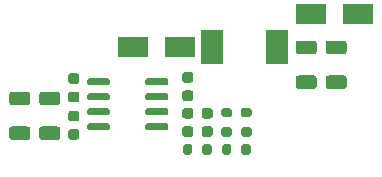
<source format=gtp>
%TF.GenerationSoftware,KiCad,Pcbnew,(5.1.9)-1*%
%TF.CreationDate,2021-01-18T19:47:50+01:00*%
%TF.ProjectId,DC-DC-only,44432d44-432d-46f6-9e6c-792e6b696361,rev?*%
%TF.SameCoordinates,Original*%
%TF.FileFunction,Paste,Top*%
%TF.FilePolarity,Positive*%
%FSLAX46Y46*%
G04 Gerber Fmt 4.6, Leading zero omitted, Abs format (unit mm)*
G04 Created by KiCad (PCBNEW (5.1.9)-1) date 2021-01-18 19:47:50*
%MOMM*%
%LPD*%
G01*
G04 APERTURE LIST*
%ADD10R,2.500000X1.800000*%
%ADD11R,1.950000X3.000000*%
G04 APERTURE END LIST*
%TO.C,C1*%
G36*
G01*
X111236999Y-96355000D02*
X112537001Y-96355000D01*
G75*
G02*
X112787000Y-96604999I0J-249999D01*
G01*
X112787000Y-97255001D01*
G75*
G02*
X112537001Y-97505000I-249999J0D01*
G01*
X111236999Y-97505000D01*
G75*
G02*
X110987000Y-97255001I0J249999D01*
G01*
X110987000Y-96604999D01*
G75*
G02*
X111236999Y-96355000I249999J0D01*
G01*
G37*
G36*
G01*
X111236999Y-93405000D02*
X112537001Y-93405000D01*
G75*
G02*
X112787000Y-93654999I0J-249999D01*
G01*
X112787000Y-94305001D01*
G75*
G02*
X112537001Y-94555000I-249999J0D01*
G01*
X111236999Y-94555000D01*
G75*
G02*
X110987000Y-94305001I0J249999D01*
G01*
X110987000Y-93654999D01*
G75*
G02*
X111236999Y-93405000I249999J0D01*
G01*
G37*
%TD*%
%TO.C,C2*%
G36*
G01*
X113776999Y-96355000D02*
X115077001Y-96355000D01*
G75*
G02*
X115327000Y-96604999I0J-249999D01*
G01*
X115327000Y-97255001D01*
G75*
G02*
X115077001Y-97505000I-249999J0D01*
G01*
X113776999Y-97505000D01*
G75*
G02*
X113527000Y-97255001I0J249999D01*
G01*
X113527000Y-96604999D01*
G75*
G02*
X113776999Y-96355000I249999J0D01*
G01*
G37*
G36*
G01*
X113776999Y-93405000D02*
X115077001Y-93405000D01*
G75*
G02*
X115327000Y-93654999I0J-249999D01*
G01*
X115327000Y-94305001D01*
G75*
G02*
X115077001Y-94555000I-249999J0D01*
G01*
X113776999Y-94555000D01*
G75*
G02*
X113527000Y-94305001I0J249999D01*
G01*
X113527000Y-93654999D01*
G75*
G02*
X113776999Y-93405000I249999J0D01*
G01*
G37*
%TD*%
%TO.C,C3*%
G36*
G01*
X116709000Y-92753000D02*
X116209000Y-92753000D01*
G75*
G02*
X115984000Y-92528000I0J225000D01*
G01*
X115984000Y-92078000D01*
G75*
G02*
X116209000Y-91853000I225000J0D01*
G01*
X116709000Y-91853000D01*
G75*
G02*
X116934000Y-92078000I0J-225000D01*
G01*
X116934000Y-92528000D01*
G75*
G02*
X116709000Y-92753000I-225000J0D01*
G01*
G37*
G36*
G01*
X116709000Y-94303000D02*
X116209000Y-94303000D01*
G75*
G02*
X115984000Y-94078000I0J225000D01*
G01*
X115984000Y-93628000D01*
G75*
G02*
X116209000Y-93403000I225000J0D01*
G01*
X116709000Y-93403000D01*
G75*
G02*
X116934000Y-93628000I0J-225000D01*
G01*
X116934000Y-94078000D01*
G75*
G02*
X116709000Y-94303000I-225000J0D01*
G01*
G37*
%TD*%
%TO.C,C4*%
G36*
G01*
X125861000Y-93302000D02*
X126361000Y-93302000D01*
G75*
G02*
X126586000Y-93527000I0J-225000D01*
G01*
X126586000Y-93977000D01*
G75*
G02*
X126361000Y-94202000I-225000J0D01*
G01*
X125861000Y-94202000D01*
G75*
G02*
X125636000Y-93977000I0J225000D01*
G01*
X125636000Y-93527000D01*
G75*
G02*
X125861000Y-93302000I225000J0D01*
G01*
G37*
G36*
G01*
X125861000Y-91752000D02*
X126361000Y-91752000D01*
G75*
G02*
X126586000Y-91977000I0J-225000D01*
G01*
X126586000Y-92427000D01*
G75*
G02*
X126361000Y-92652000I-225000J0D01*
G01*
X125861000Y-92652000D01*
G75*
G02*
X125636000Y-92427000I0J225000D01*
G01*
X125636000Y-91977000D01*
G75*
G02*
X125861000Y-91752000I225000J0D01*
G01*
G37*
%TD*%
%TO.C,C5*%
G36*
G01*
X116209000Y-96578000D02*
X116709000Y-96578000D01*
G75*
G02*
X116934000Y-96803000I0J-225000D01*
G01*
X116934000Y-97253000D01*
G75*
G02*
X116709000Y-97478000I-225000J0D01*
G01*
X116209000Y-97478000D01*
G75*
G02*
X115984000Y-97253000I0J225000D01*
G01*
X115984000Y-96803000D01*
G75*
G02*
X116209000Y-96578000I225000J0D01*
G01*
G37*
G36*
G01*
X116209000Y-95028000D02*
X116709000Y-95028000D01*
G75*
G02*
X116934000Y-95253000I0J-225000D01*
G01*
X116934000Y-95703000D01*
G75*
G02*
X116709000Y-95928000I-225000J0D01*
G01*
X116209000Y-95928000D01*
G75*
G02*
X115984000Y-95703000I0J225000D01*
G01*
X115984000Y-95253000D01*
G75*
G02*
X116209000Y-95028000I225000J0D01*
G01*
G37*
%TD*%
%TO.C,C6*%
G36*
G01*
X125861000Y-96337000D02*
X126361000Y-96337000D01*
G75*
G02*
X126586000Y-96562000I0J-225000D01*
G01*
X126586000Y-97012000D01*
G75*
G02*
X126361000Y-97237000I-225000J0D01*
G01*
X125861000Y-97237000D01*
G75*
G02*
X125636000Y-97012000I0J225000D01*
G01*
X125636000Y-96562000D01*
G75*
G02*
X125861000Y-96337000I225000J0D01*
G01*
G37*
G36*
G01*
X125861000Y-94787000D02*
X126361000Y-94787000D01*
G75*
G02*
X126586000Y-95012000I0J-225000D01*
G01*
X126586000Y-95462000D01*
G75*
G02*
X126361000Y-95687000I-225000J0D01*
G01*
X125861000Y-95687000D01*
G75*
G02*
X125636000Y-95462000I0J225000D01*
G01*
X125636000Y-95012000D01*
G75*
G02*
X125861000Y-94787000I225000J0D01*
G01*
G37*
%TD*%
%TO.C,C7*%
G36*
G01*
X127512000Y-96337000D02*
X128012000Y-96337000D01*
G75*
G02*
X128237000Y-96562000I0J-225000D01*
G01*
X128237000Y-97012000D01*
G75*
G02*
X128012000Y-97237000I-225000J0D01*
G01*
X127512000Y-97237000D01*
G75*
G02*
X127287000Y-97012000I0J225000D01*
G01*
X127287000Y-96562000D01*
G75*
G02*
X127512000Y-96337000I225000J0D01*
G01*
G37*
G36*
G01*
X127512000Y-94787000D02*
X128012000Y-94787000D01*
G75*
G02*
X128237000Y-95012000I0J-225000D01*
G01*
X128237000Y-95462000D01*
G75*
G02*
X128012000Y-95687000I-225000J0D01*
G01*
X127512000Y-95687000D01*
G75*
G02*
X127287000Y-95462000I0J225000D01*
G01*
X127287000Y-95012000D01*
G75*
G02*
X127512000Y-94787000I225000J0D01*
G01*
G37*
%TD*%
%TO.C,C8*%
G36*
G01*
X135493999Y-92037000D02*
X136794001Y-92037000D01*
G75*
G02*
X137044000Y-92286999I0J-249999D01*
G01*
X137044000Y-92937001D01*
G75*
G02*
X136794001Y-93187000I-249999J0D01*
G01*
X135493999Y-93187000D01*
G75*
G02*
X135244000Y-92937001I0J249999D01*
G01*
X135244000Y-92286999D01*
G75*
G02*
X135493999Y-92037000I249999J0D01*
G01*
G37*
G36*
G01*
X135493999Y-89087000D02*
X136794001Y-89087000D01*
G75*
G02*
X137044000Y-89336999I0J-249999D01*
G01*
X137044000Y-89987001D01*
G75*
G02*
X136794001Y-90237000I-249999J0D01*
G01*
X135493999Y-90237000D01*
G75*
G02*
X135244000Y-89987001I0J249999D01*
G01*
X135244000Y-89336999D01*
G75*
G02*
X135493999Y-89087000I249999J0D01*
G01*
G37*
%TD*%
%TO.C,C9*%
G36*
G01*
X138033999Y-92037000D02*
X139334001Y-92037000D01*
G75*
G02*
X139584000Y-92286999I0J-249999D01*
G01*
X139584000Y-92937001D01*
G75*
G02*
X139334001Y-93187000I-249999J0D01*
G01*
X138033999Y-93187000D01*
G75*
G02*
X137784000Y-92937001I0J249999D01*
G01*
X137784000Y-92286999D01*
G75*
G02*
X138033999Y-92037000I249999J0D01*
G01*
G37*
G36*
G01*
X138033999Y-89087000D02*
X139334001Y-89087000D01*
G75*
G02*
X139584000Y-89336999I0J-249999D01*
G01*
X139584000Y-89987001D01*
G75*
G02*
X139334001Y-90237000I-249999J0D01*
G01*
X138033999Y-90237000D01*
G75*
G02*
X137784000Y-89987001I0J249999D01*
G01*
X137784000Y-89336999D01*
G75*
G02*
X138033999Y-89087000I249999J0D01*
G01*
G37*
%TD*%
D10*
%TO.C,D1*%
X121444000Y-89662000D03*
X125444000Y-89662000D03*
%TD*%
D11*
%TO.C,L1*%
X133687000Y-89662000D03*
X128187000Y-89662000D03*
%TD*%
%TO.C,R3*%
G36*
G01*
X127348800Y-98573000D02*
X127348800Y-98023000D01*
G75*
G02*
X127548800Y-97823000I200000J0D01*
G01*
X127948800Y-97823000D01*
G75*
G02*
X128148800Y-98023000I0J-200000D01*
G01*
X128148800Y-98573000D01*
G75*
G02*
X127948800Y-98773000I-200000J0D01*
G01*
X127548800Y-98773000D01*
G75*
G02*
X127348800Y-98573000I0J200000D01*
G01*
G37*
G36*
G01*
X125698800Y-98573000D02*
X125698800Y-98023000D01*
G75*
G02*
X125898800Y-97823000I200000J0D01*
G01*
X126298800Y-97823000D01*
G75*
G02*
X126498800Y-98023000I0J-200000D01*
G01*
X126498800Y-98573000D01*
G75*
G02*
X126298800Y-98773000I-200000J0D01*
G01*
X125898800Y-98773000D01*
G75*
G02*
X125698800Y-98573000I0J200000D01*
G01*
G37*
%TD*%
%TO.C,R5*%
G36*
G01*
X129138000Y-96437000D02*
X129688000Y-96437000D01*
G75*
G02*
X129888000Y-96637000I0J-200000D01*
G01*
X129888000Y-97037000D01*
G75*
G02*
X129688000Y-97237000I-200000J0D01*
G01*
X129138000Y-97237000D01*
G75*
G02*
X128938000Y-97037000I0J200000D01*
G01*
X128938000Y-96637000D01*
G75*
G02*
X129138000Y-96437000I200000J0D01*
G01*
G37*
G36*
G01*
X129138000Y-94787000D02*
X129688000Y-94787000D01*
G75*
G02*
X129888000Y-94987000I0J-200000D01*
G01*
X129888000Y-95387000D01*
G75*
G02*
X129688000Y-95587000I-200000J0D01*
G01*
X129138000Y-95587000D01*
G75*
G02*
X128938000Y-95387000I0J200000D01*
G01*
X128938000Y-94987000D01*
G75*
G02*
X129138000Y-94787000I200000J0D01*
G01*
G37*
%TD*%
%TO.C,R6*%
G36*
G01*
X130789000Y-96437000D02*
X131339000Y-96437000D01*
G75*
G02*
X131539000Y-96637000I0J-200000D01*
G01*
X131539000Y-97037000D01*
G75*
G02*
X131339000Y-97237000I-200000J0D01*
G01*
X130789000Y-97237000D01*
G75*
G02*
X130589000Y-97037000I0J200000D01*
G01*
X130589000Y-96637000D01*
G75*
G02*
X130789000Y-96437000I200000J0D01*
G01*
G37*
G36*
G01*
X130789000Y-94787000D02*
X131339000Y-94787000D01*
G75*
G02*
X131539000Y-94987000I0J-200000D01*
G01*
X131539000Y-95387000D01*
G75*
G02*
X131339000Y-95587000I-200000J0D01*
G01*
X130789000Y-95587000D01*
G75*
G02*
X130589000Y-95387000I0J200000D01*
G01*
X130589000Y-94987000D01*
G75*
G02*
X130789000Y-94787000I200000J0D01*
G01*
G37*
%TD*%
%TO.C,R7*%
G36*
G01*
X129800800Y-98023000D02*
X129800800Y-98573000D01*
G75*
G02*
X129600800Y-98773000I-200000J0D01*
G01*
X129200800Y-98773000D01*
G75*
G02*
X129000800Y-98573000I0J200000D01*
G01*
X129000800Y-98023000D01*
G75*
G02*
X129200800Y-97823000I200000J0D01*
G01*
X129600800Y-97823000D01*
G75*
G02*
X129800800Y-98023000I0J-200000D01*
G01*
G37*
G36*
G01*
X131450800Y-98023000D02*
X131450800Y-98573000D01*
G75*
G02*
X131250800Y-98773000I-200000J0D01*
G01*
X130850800Y-98773000D01*
G75*
G02*
X130650800Y-98573000I0J200000D01*
G01*
X130650800Y-98023000D01*
G75*
G02*
X130850800Y-97823000I200000J0D01*
G01*
X131250800Y-97823000D01*
G75*
G02*
X131450800Y-98023000I0J-200000D01*
G01*
G37*
%TD*%
%TO.C,U1*%
G36*
G01*
X122531000Y-92733000D02*
X122531000Y-92433000D01*
G75*
G02*
X122681000Y-92283000I150000J0D01*
G01*
X124331000Y-92283000D01*
G75*
G02*
X124481000Y-92433000I0J-150000D01*
G01*
X124481000Y-92733000D01*
G75*
G02*
X124331000Y-92883000I-150000J0D01*
G01*
X122681000Y-92883000D01*
G75*
G02*
X122531000Y-92733000I0J150000D01*
G01*
G37*
G36*
G01*
X122531000Y-94003000D02*
X122531000Y-93703000D01*
G75*
G02*
X122681000Y-93553000I150000J0D01*
G01*
X124331000Y-93553000D01*
G75*
G02*
X124481000Y-93703000I0J-150000D01*
G01*
X124481000Y-94003000D01*
G75*
G02*
X124331000Y-94153000I-150000J0D01*
G01*
X122681000Y-94153000D01*
G75*
G02*
X122531000Y-94003000I0J150000D01*
G01*
G37*
G36*
G01*
X122531000Y-95273000D02*
X122531000Y-94973000D01*
G75*
G02*
X122681000Y-94823000I150000J0D01*
G01*
X124331000Y-94823000D01*
G75*
G02*
X124481000Y-94973000I0J-150000D01*
G01*
X124481000Y-95273000D01*
G75*
G02*
X124331000Y-95423000I-150000J0D01*
G01*
X122681000Y-95423000D01*
G75*
G02*
X122531000Y-95273000I0J150000D01*
G01*
G37*
G36*
G01*
X122531000Y-96543000D02*
X122531000Y-96243000D01*
G75*
G02*
X122681000Y-96093000I150000J0D01*
G01*
X124331000Y-96093000D01*
G75*
G02*
X124481000Y-96243000I0J-150000D01*
G01*
X124481000Y-96543000D01*
G75*
G02*
X124331000Y-96693000I-150000J0D01*
G01*
X122681000Y-96693000D01*
G75*
G02*
X122531000Y-96543000I0J150000D01*
G01*
G37*
G36*
G01*
X117581000Y-96543000D02*
X117581000Y-96243000D01*
G75*
G02*
X117731000Y-96093000I150000J0D01*
G01*
X119381000Y-96093000D01*
G75*
G02*
X119531000Y-96243000I0J-150000D01*
G01*
X119531000Y-96543000D01*
G75*
G02*
X119381000Y-96693000I-150000J0D01*
G01*
X117731000Y-96693000D01*
G75*
G02*
X117581000Y-96543000I0J150000D01*
G01*
G37*
G36*
G01*
X117581000Y-95273000D02*
X117581000Y-94973000D01*
G75*
G02*
X117731000Y-94823000I150000J0D01*
G01*
X119381000Y-94823000D01*
G75*
G02*
X119531000Y-94973000I0J-150000D01*
G01*
X119531000Y-95273000D01*
G75*
G02*
X119381000Y-95423000I-150000J0D01*
G01*
X117731000Y-95423000D01*
G75*
G02*
X117581000Y-95273000I0J150000D01*
G01*
G37*
G36*
G01*
X117581000Y-94003000D02*
X117581000Y-93703000D01*
G75*
G02*
X117731000Y-93553000I150000J0D01*
G01*
X119381000Y-93553000D01*
G75*
G02*
X119531000Y-93703000I0J-150000D01*
G01*
X119531000Y-94003000D01*
G75*
G02*
X119381000Y-94153000I-150000J0D01*
G01*
X117731000Y-94153000D01*
G75*
G02*
X117581000Y-94003000I0J150000D01*
G01*
G37*
G36*
G01*
X117581000Y-92733000D02*
X117581000Y-92433000D01*
G75*
G02*
X117731000Y-92283000I150000J0D01*
G01*
X119381000Y-92283000D01*
G75*
G02*
X119531000Y-92433000I0J-150000D01*
G01*
X119531000Y-92733000D01*
G75*
G02*
X119381000Y-92883000I-150000J0D01*
G01*
X117731000Y-92883000D01*
G75*
G02*
X117581000Y-92733000I0J150000D01*
G01*
G37*
%TD*%
D10*
%TO.C,D2*%
X140525000Y-86868000D03*
X136525000Y-86868000D03*
%TD*%
M02*

</source>
